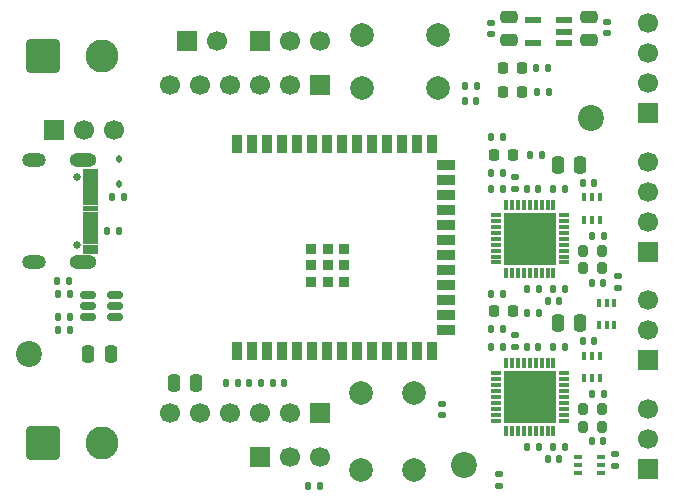
<source format=gbr>
%TF.GenerationSoftware,KiCad,Pcbnew,9.0.3*%
%TF.CreationDate,2025-08-10T23:57:32-04:00*%
%TF.ProjectId,Hydra_Driver,48796472-615f-4447-9269-7665722e6b69,rev?*%
%TF.SameCoordinates,Original*%
%TF.FileFunction,Soldermask,Top*%
%TF.FilePolarity,Negative*%
%FSLAX46Y46*%
G04 Gerber Fmt 4.6, Leading zero omitted, Abs format (unit mm)*
G04 Created by KiCad (PCBNEW 9.0.3) date 2025-08-10 23:57:32*
%MOMM*%
%LPD*%
G01*
G04 APERTURE LIST*
G04 Aperture macros list*
%AMRoundRect*
0 Rectangle with rounded corners*
0 $1 Rounding radius*
0 $2 $3 $4 $5 $6 $7 $8 $9 X,Y pos of 4 corners*
0 Add a 4 corners polygon primitive as box body*
4,1,4,$2,$3,$4,$5,$6,$7,$8,$9,$2,$3,0*
0 Add four circle primitives for the rounded corners*
1,1,$1+$1,$2,$3*
1,1,$1+$1,$4,$5*
1,1,$1+$1,$6,$7*
1,1,$1+$1,$8,$9*
0 Add four rect primitives between the rounded corners*
20,1,$1+$1,$2,$3,$4,$5,0*
20,1,$1+$1,$4,$5,$6,$7,0*
20,1,$1+$1,$6,$7,$8,$9,0*
20,1,$1+$1,$8,$9,$2,$3,0*%
G04 Aperture macros list end*
%ADD10C,0.010000*%
%ADD11RoundRect,0.140000X0.170000X-0.140000X0.170000X0.140000X-0.170000X0.140000X-0.170000X-0.140000X0*%
%ADD12RoundRect,0.135000X-0.135000X-0.185000X0.135000X-0.185000X0.135000X0.185000X-0.135000X0.185000X0*%
%ADD13R,0.900000X1.500000*%
%ADD14R,1.500000X0.900000*%
%ADD15R,0.900000X0.900000*%
%ADD16R,1.700000X1.700000*%
%ADD17C,1.700000*%
%ADD18RoundRect,0.218750X0.218750X0.256250X-0.218750X0.256250X-0.218750X-0.256250X0.218750X-0.256250X0*%
%ADD19RoundRect,0.140000X0.140000X0.170000X-0.140000X0.170000X-0.140000X-0.170000X0.140000X-0.170000X0*%
%ADD20RoundRect,0.250001X-1.149999X-1.149999X1.149999X-1.149999X1.149999X1.149999X-1.149999X1.149999X0*%
%ADD21C,2.800000*%
%ADD22R,1.320800X0.508000*%
%ADD23RoundRect,0.140000X-0.170000X0.140000X-0.170000X-0.140000X0.170000X-0.140000X0.170000X0.140000X0*%
%ADD24RoundRect,0.140000X-0.140000X-0.170000X0.140000X-0.170000X0.140000X0.170000X-0.140000X0.170000X0*%
%ADD25RoundRect,0.112500X-0.112500X0.187500X-0.112500X-0.187500X0.112500X-0.187500X0.112500X0.187500X0*%
%ADD26RoundRect,0.135000X0.135000X0.185000X-0.135000X0.185000X-0.135000X-0.185000X0.135000X-0.185000X0*%
%ADD27C,0.650000*%
%ADD28O,2.304000X1.204000*%
%ADD29O,2.004000X1.204000*%
%ADD30RoundRect,0.100000X0.225000X0.100000X-0.225000X0.100000X-0.225000X-0.100000X0.225000X-0.100000X0*%
%ADD31RoundRect,0.250000X0.475000X-0.250000X0.475000X0.250000X-0.475000X0.250000X-0.475000X-0.250000X0*%
%ADD32C,2.000000*%
%ADD33R,0.300000X0.900000*%
%ADD34R,0.900000X0.300000*%
%ADD35R,4.500000X4.500000*%
%ADD36C,2.200000*%
%ADD37RoundRect,0.100000X-0.100000X0.225000X-0.100000X-0.225000X0.100000X-0.225000X0.100000X0.225000X0*%
%ADD38RoundRect,0.250000X0.250000X0.475000X-0.250000X0.475000X-0.250000X-0.475000X0.250000X-0.475000X0*%
%ADD39RoundRect,0.135000X0.185000X-0.135000X0.185000X0.135000X-0.185000X0.135000X-0.185000X-0.135000X0*%
%ADD40RoundRect,0.250000X-0.250000X-0.475000X0.250000X-0.475000X0.250000X0.475000X-0.250000X0.475000X0*%
%ADD41RoundRect,0.200000X-0.200000X-0.275000X0.200000X-0.275000X0.200000X0.275000X-0.200000X0.275000X0*%
%ADD42RoundRect,0.150000X0.512500X0.150000X-0.512500X0.150000X-0.512500X-0.150000X0.512500X-0.150000X0*%
G04 APERTURE END LIST*
D10*
%TO.C,J1*%
X8380000Y-15040000D02*
X7130000Y-15040000D01*
X7130000Y-14340000D01*
X8380000Y-14340000D01*
X8380000Y-15040000D01*
G36*
X8380000Y-15040000D02*
G01*
X7130000Y-15040000D01*
X7130000Y-14340000D01*
X8380000Y-14340000D01*
X8380000Y-15040000D01*
G37*
X8380000Y-15840000D02*
X7130000Y-15840000D01*
X7130000Y-15140000D01*
X8380000Y-15140000D01*
X8380000Y-15840000D01*
G36*
X8380000Y-15840000D02*
G01*
X7130000Y-15840000D01*
X7130000Y-15140000D01*
X8380000Y-15140000D01*
X8380000Y-15840000D01*
G37*
X8380000Y-16340000D02*
X7130000Y-16340000D01*
X7130000Y-15940000D01*
X8380000Y-15940000D01*
X8380000Y-16340000D01*
G36*
X8380000Y-16340000D02*
G01*
X7130000Y-16340000D01*
X7130000Y-15940000D01*
X8380000Y-15940000D01*
X8380000Y-16340000D01*
G37*
X8380000Y-16840000D02*
X7130000Y-16840000D01*
X7130000Y-16440000D01*
X8380000Y-16440000D01*
X8380000Y-16840000D01*
G36*
X8380000Y-16840000D02*
G01*
X7130000Y-16840000D01*
X7130000Y-16440000D01*
X8380000Y-16440000D01*
X8380000Y-16840000D01*
G37*
X8380000Y-17340000D02*
X7130000Y-17340000D01*
X7130000Y-16940000D01*
X8380000Y-16940000D01*
X8380000Y-17340000D01*
G36*
X8380000Y-17340000D02*
G01*
X7130000Y-17340000D01*
X7130000Y-16940000D01*
X8380000Y-16940000D01*
X8380000Y-17340000D01*
G37*
X8380000Y-17840000D02*
X7130000Y-17840000D01*
X7130000Y-17440000D01*
X8380000Y-17440000D01*
X8380000Y-17840000D01*
G36*
X8380000Y-17840000D02*
G01*
X7130000Y-17840000D01*
X7130000Y-17440000D01*
X8380000Y-17440000D01*
X8380000Y-17840000D01*
G37*
X8380000Y-18340000D02*
X7130000Y-18340000D01*
X7130000Y-17940000D01*
X8380000Y-17940000D01*
X8380000Y-18340000D01*
G36*
X8380000Y-18340000D02*
G01*
X7130000Y-18340000D01*
X7130000Y-17940000D01*
X8380000Y-17940000D01*
X8380000Y-18340000D01*
G37*
X8380000Y-18840000D02*
X7130000Y-18840000D01*
X7130000Y-18440000D01*
X8380000Y-18440000D01*
X8380000Y-18840000D01*
G36*
X8380000Y-18840000D02*
G01*
X7130000Y-18840000D01*
X7130000Y-18440000D01*
X8380000Y-18440000D01*
X8380000Y-18840000D01*
G37*
X8380000Y-19340000D02*
X7130000Y-19340000D01*
X7130000Y-18940000D01*
X8380000Y-18940000D01*
X8380000Y-19340000D01*
G36*
X8380000Y-19340000D02*
G01*
X7130000Y-19340000D01*
X7130000Y-18940000D01*
X8380000Y-18940000D01*
X8380000Y-19340000D01*
G37*
X8380000Y-19840000D02*
X7130000Y-19840000D01*
X7130000Y-19440000D01*
X8380000Y-19440000D01*
X8380000Y-19840000D01*
G36*
X8380000Y-19840000D02*
G01*
X7130000Y-19840000D01*
X7130000Y-19440000D01*
X8380000Y-19440000D01*
X8380000Y-19840000D01*
G37*
X8380000Y-20640000D02*
X7130000Y-20640000D01*
X7130000Y-19940000D01*
X8380000Y-19940000D01*
X8380000Y-20640000D01*
G36*
X8380000Y-20640000D02*
G01*
X7130000Y-20640000D01*
X7130000Y-19940000D01*
X8380000Y-19940000D01*
X8380000Y-20640000D01*
G37*
X8380000Y-21440000D02*
X7130000Y-21440000D01*
X7130000Y-20740000D01*
X8380000Y-20740000D01*
X8380000Y-21440000D01*
G36*
X8380000Y-21440000D02*
G01*
X7130000Y-21440000D01*
X7130000Y-20740000D01*
X8380000Y-20740000D01*
X8380000Y-21440000D01*
G37*
%TD*%
D11*
%TO.C,C11*%
X41750000Y-2900000D03*
X41750000Y-1940000D03*
%TD*%
D12*
%TO.C,R2*%
X9600000Y-16750000D03*
X10620000Y-16750000D03*
%TD*%
D13*
%TO.C,IC1*%
X20180000Y-29750000D03*
X21450000Y-29750000D03*
X22720000Y-29750000D03*
X23990000Y-29750000D03*
X25260000Y-29750000D03*
X26530000Y-29750000D03*
X27800000Y-29750000D03*
X29070000Y-29750000D03*
X30340000Y-29750000D03*
X31610000Y-29750000D03*
X32880000Y-29750000D03*
X34150000Y-29750000D03*
X35420000Y-29750000D03*
X36690000Y-29750000D03*
D14*
X37940000Y-27985000D03*
X37940000Y-26715000D03*
X37940000Y-25445000D03*
X37940000Y-24175000D03*
X37940000Y-22905000D03*
X37940000Y-21635000D03*
X37940000Y-20365000D03*
X37940000Y-19095000D03*
X37940000Y-17825000D03*
X37940000Y-16555000D03*
X37940000Y-15285000D03*
X37940000Y-14015000D03*
D13*
X36690000Y-12250000D03*
X35420000Y-12250000D03*
X34150000Y-12250000D03*
X32880000Y-12250000D03*
X31610000Y-12250000D03*
X30340000Y-12250000D03*
X29070000Y-12250000D03*
X27800000Y-12250000D03*
X26530000Y-12250000D03*
X25260000Y-12250000D03*
X23990000Y-12250000D03*
X22720000Y-12250000D03*
X21450000Y-12250000D03*
X20180000Y-12250000D03*
D15*
X27900000Y-22500000D03*
X27900000Y-21100000D03*
X26500000Y-21100000D03*
X26500000Y-22500000D03*
X26500000Y-23900000D03*
X27900000Y-23900000D03*
X29300000Y-23900000D03*
X29300000Y-22500000D03*
X29300000Y-21100000D03*
%TD*%
D16*
%TO.C,J10*%
X22170000Y-3500000D03*
D17*
X24710000Y-3500000D03*
X27250000Y-3500000D03*
%TD*%
D12*
%TO.C,R12*%
X41750000Y-24900000D03*
X42770000Y-24900000D03*
%TD*%
D18*
%TO.C,D4*%
X43575000Y-26400000D03*
X42000000Y-26400000D03*
%TD*%
D19*
%TO.C,C26*%
X47960000Y-24500000D03*
X47000000Y-24500000D03*
%TD*%
D12*
%TO.C,R24*%
X44980000Y-13150000D03*
X46000000Y-13150000D03*
%TD*%
D20*
%TO.C,J2*%
X3750000Y-37500000D03*
D21*
X8750000Y-37500000D03*
%TD*%
D19*
%TO.C,C5*%
X6035000Y-28000000D03*
X5075000Y-28000000D03*
%TD*%
D22*
%TO.C,U2*%
X47890800Y-3650001D03*
X47890800Y-2700000D03*
X47890800Y-1749999D03*
X45300000Y-1749999D03*
X45300000Y-3650001D03*
%TD*%
D23*
%TO.C,C10*%
X37600000Y-34200000D03*
X37600000Y-35160000D03*
%TD*%
D12*
%TO.C,R13*%
X41750000Y-27900000D03*
X42770000Y-27900000D03*
%TD*%
D24*
%TO.C,C2*%
X19290000Y-32500000D03*
X20250000Y-32500000D03*
%TD*%
D25*
%TO.C,D1*%
X10250000Y-13500000D03*
X10250000Y-15600000D03*
%TD*%
D19*
%TO.C,C17*%
X51210000Y-37400000D03*
X50250000Y-37400000D03*
%TD*%
D11*
%TO.C,C9*%
X51500000Y-2860000D03*
X51500000Y-1900000D03*
%TD*%
D12*
%TO.C,R5*%
X5015000Y-24900000D03*
X6035000Y-24900000D03*
%TD*%
D16*
%TO.C,J4*%
X22170000Y-38750000D03*
D17*
X24710000Y-38750000D03*
X27250000Y-38750000D03*
%TD*%
D26*
%TO.C,R8*%
X27220000Y-41200000D03*
X26200000Y-41200000D03*
%TD*%
D12*
%TO.C,R17*%
X44730000Y-26500000D03*
X45750000Y-26500000D03*
%TD*%
D27*
%TO.C,J1*%
X6680000Y-15000000D03*
X6680000Y-20780000D03*
D28*
X7180000Y-13570000D03*
X7180000Y-22210000D03*
D29*
X3000000Y-13570000D03*
X3000000Y-22210000D03*
%TD*%
D19*
%TO.C,C29*%
X47960000Y-16000000D03*
X47000000Y-16000000D03*
%TD*%
%TO.C,C21*%
X50460000Y-28900000D03*
X49500000Y-28900000D03*
%TD*%
%TO.C,C13*%
X45740000Y-37900000D03*
X44780000Y-37900000D03*
%TD*%
%TO.C,C30*%
X51250000Y-20000000D03*
X50290000Y-20000000D03*
%TD*%
%TO.C,C24*%
X47500000Y-25500000D03*
X46540000Y-25500000D03*
%TD*%
D30*
%TO.C,U3*%
X51000000Y-40050000D03*
X51000000Y-39400000D03*
X51000000Y-38750000D03*
X49100000Y-38750000D03*
X49100000Y-39400000D03*
X49100000Y-40050000D03*
%TD*%
D31*
%TO.C,C12*%
X43250000Y-3400000D03*
X43250000Y-1500000D03*
%TD*%
D32*
%TO.C,SW2*%
X30700000Y-39800000D03*
X30700000Y-33300000D03*
X35200000Y-39800000D03*
X35200000Y-33300000D03*
%TD*%
D33*
%TO.C,IC2*%
X43000000Y-36550000D03*
X43500000Y-36550000D03*
X44000000Y-36550000D03*
X44500000Y-36550000D03*
X45000000Y-36550000D03*
X45500000Y-36550000D03*
X46000000Y-36550000D03*
X46500000Y-36550000D03*
X47000000Y-36550000D03*
D34*
X47900000Y-35650000D03*
X47900000Y-35150000D03*
X47900000Y-34650000D03*
X47900000Y-34150000D03*
X47900000Y-33650000D03*
X47900000Y-33150000D03*
X47900000Y-32650000D03*
X47900000Y-32150000D03*
X47900000Y-31650000D03*
D33*
X47000000Y-30750000D03*
X46500000Y-30750000D03*
X46000000Y-30750000D03*
X45500000Y-30750000D03*
X45000000Y-30750000D03*
X44500000Y-30750000D03*
X44000000Y-30750000D03*
X43500000Y-30750000D03*
X43000000Y-30750000D03*
D34*
X42100000Y-31650000D03*
X42100000Y-32150000D03*
X42100000Y-32650000D03*
X42100000Y-33150000D03*
X42100000Y-33650000D03*
X42100000Y-34150000D03*
X42100000Y-34650000D03*
X42100000Y-35150000D03*
X42100000Y-35650000D03*
D35*
X45000000Y-33650000D03*
%TD*%
D18*
%TO.C,D5*%
X43575000Y-13150000D03*
X42000000Y-13150000D03*
%TD*%
D36*
%TO.C,REF\u002A\u002A*%
X39400000Y-39400000D03*
%TD*%
D12*
%TO.C,R4*%
X5015000Y-26900000D03*
X6035000Y-26900000D03*
%TD*%
D37*
%TO.C,U6*%
X50900000Y-16750000D03*
X50250000Y-16750000D03*
X49600000Y-16750000D03*
X49600000Y-18650000D03*
X50250000Y-18650000D03*
X50900000Y-18650000D03*
%TD*%
D19*
%TO.C,C22*%
X45710000Y-29400000D03*
X44750000Y-29400000D03*
%TD*%
D38*
%TO.C,C15*%
X49250000Y-27400000D03*
X47350000Y-27400000D03*
%TD*%
D39*
%TO.C,R7*%
X42400000Y-41220000D03*
X42400000Y-40200000D03*
%TD*%
D32*
%TO.C,SW1*%
X30750000Y-3000000D03*
X37250000Y-3000000D03*
X30750000Y-7500000D03*
X37250000Y-7500000D03*
%TD*%
D19*
%TO.C,C19*%
X47960000Y-29400000D03*
X47000000Y-29400000D03*
%TD*%
D18*
%TO.C,D3*%
X44325000Y-7791950D03*
X42750000Y-7791950D03*
%TD*%
D33*
%TO.C,IC3*%
X43000000Y-23150000D03*
X43500000Y-23150000D03*
X44000000Y-23150000D03*
X44500000Y-23150000D03*
X45000000Y-23150000D03*
X45500000Y-23150000D03*
X46000000Y-23150000D03*
X46500000Y-23150000D03*
X47000000Y-23150000D03*
D34*
X47900000Y-22250000D03*
X47900000Y-21750000D03*
X47900000Y-21250000D03*
X47900000Y-20750000D03*
X47900000Y-20250000D03*
X47900000Y-19750000D03*
X47900000Y-19250000D03*
X47900000Y-18750000D03*
X47900000Y-18250000D03*
D33*
X47000000Y-17350000D03*
X46500000Y-17350000D03*
X46000000Y-17350000D03*
X45500000Y-17350000D03*
X45000000Y-17350000D03*
X44500000Y-17350000D03*
X44000000Y-17350000D03*
X43500000Y-17350000D03*
X43000000Y-17350000D03*
D34*
X42100000Y-18250000D03*
X42100000Y-18750000D03*
X42100000Y-19250000D03*
X42100000Y-19750000D03*
X42100000Y-20250000D03*
X42100000Y-20750000D03*
X42100000Y-21250000D03*
X42100000Y-21750000D03*
X42100000Y-22250000D03*
D35*
X45000000Y-20250000D03*
%TD*%
D23*
%TO.C,C28*%
X52500000Y-23440000D03*
X52500000Y-24400000D03*
%TD*%
D12*
%TO.C,R9*%
X45555000Y-5791950D03*
X46575000Y-5791950D03*
%TD*%
D20*
%TO.C,J13*%
X3750000Y-4750000D03*
D21*
X8750000Y-4750000D03*
%TD*%
D19*
%TO.C,C14*%
X47500000Y-38900000D03*
X46540000Y-38900000D03*
%TD*%
%TO.C,C23*%
X45750000Y-24500000D03*
X44790000Y-24500000D03*
%TD*%
D16*
%TO.C,J8*%
X4710000Y-11000000D03*
D17*
X7250000Y-11000000D03*
X9790000Y-11000000D03*
%TD*%
D26*
%TO.C,R6*%
X40500000Y-7291950D03*
X39480000Y-7291950D03*
%TD*%
D19*
%TO.C,C16*%
X47960000Y-37900000D03*
X47000000Y-37900000D03*
%TD*%
D11*
%TO.C,C18*%
X52250000Y-39460000D03*
X52250000Y-38500000D03*
%TD*%
D36*
%TO.C,REF\u002A\u002A*%
X50200000Y-10000000D03*
%TD*%
D12*
%TO.C,R3*%
X9200000Y-19600000D03*
X10220000Y-19600000D03*
%TD*%
%TO.C,R10*%
X45575000Y-7791950D03*
X46595000Y-7791950D03*
%TD*%
D26*
%TO.C,R21*%
X42770000Y-16000000D03*
X41750000Y-16000000D03*
%TD*%
D39*
%TO.C,R23*%
X43750000Y-16020000D03*
X43750000Y-15000000D03*
%TD*%
D31*
%TO.C,C8*%
X50000000Y-3400000D03*
X50000000Y-1500000D03*
%TD*%
D12*
%TO.C,R1*%
X21230000Y-32500000D03*
X22250000Y-32500000D03*
%TD*%
D36*
%TO.C,REF\u002A\u002A*%
X2600000Y-30000000D03*
%TD*%
D37*
%TO.C,U5*%
X52150000Y-25650000D03*
X51500000Y-25650000D03*
X50850000Y-25650000D03*
X50850000Y-27550000D03*
X51500000Y-27550000D03*
X52150000Y-27550000D03*
%TD*%
D26*
%TO.C,R14*%
X42770000Y-29400000D03*
X41750000Y-29400000D03*
%TD*%
D19*
%TO.C,C27*%
X51210000Y-24000000D03*
X50250000Y-24000000D03*
%TD*%
D40*
%TO.C,C3*%
X14850000Y-32500000D03*
X16750000Y-32500000D03*
%TD*%
D24*
%TO.C,C7*%
X39500000Y-8541950D03*
X40460000Y-8541950D03*
%TD*%
%TO.C,C1*%
X23250000Y-32500000D03*
X24210000Y-32500000D03*
%TD*%
D41*
%TO.C,R11*%
X49500000Y-36150000D03*
X51150000Y-36150000D03*
%TD*%
D12*
%TO.C,R20*%
X41730000Y-14650000D03*
X42750000Y-14650000D03*
%TD*%
D19*
%TO.C,C31*%
X50460000Y-15500000D03*
X49500000Y-15500000D03*
%TD*%
D18*
%TO.C,D2*%
X44325000Y-5791950D03*
X42750000Y-5791950D03*
%TD*%
D38*
%TO.C,C25*%
X49250000Y-14000000D03*
X47350000Y-14000000D03*
%TD*%
D42*
%TO.C,U1*%
X9835000Y-26900000D03*
X9835000Y-25950000D03*
X9835000Y-25000000D03*
X7560000Y-25000000D03*
X7560000Y-25950000D03*
X7560000Y-26900000D03*
%TD*%
D41*
%TO.C,R22*%
X49500000Y-21250000D03*
X51150000Y-21250000D03*
%TD*%
%TO.C,R18*%
X49500000Y-22750000D03*
X51150000Y-22750000D03*
%TD*%
D16*
%TO.C,J7*%
X15960000Y-3500000D03*
D17*
X18500000Y-3500000D03*
%TD*%
D37*
%TO.C,U4*%
X50900000Y-30150000D03*
X50250000Y-30150000D03*
X49600000Y-30150000D03*
X49600000Y-32050000D03*
X50250000Y-32050000D03*
X50900000Y-32050000D03*
%TD*%
D19*
%TO.C,C20*%
X51250000Y-33400000D03*
X50290000Y-33400000D03*
%TD*%
D12*
%TO.C,R19*%
X41730000Y-11650000D03*
X42750000Y-11650000D03*
%TD*%
D19*
%TO.C,C6*%
X5960000Y-23800000D03*
X5000000Y-23800000D03*
%TD*%
D40*
%TO.C,C4*%
X7600000Y-30000000D03*
X9500000Y-30000000D03*
%TD*%
D41*
%TO.C,R15*%
X49500000Y-34650000D03*
X51150000Y-34650000D03*
%TD*%
D39*
%TO.C,R16*%
X43750000Y-29420000D03*
X43750000Y-28400000D03*
%TD*%
D19*
%TO.C,C32*%
X45710000Y-16000000D03*
X44750000Y-16000000D03*
%TD*%
D16*
%TO.C,J11*%
X55000000Y-21370000D03*
D17*
X55000000Y-18830000D03*
X55000000Y-16290000D03*
X55000000Y-13750000D03*
%TD*%
D16*
%TO.C,J6*%
X55000000Y-39750000D03*
D17*
X55000000Y-37210000D03*
X55000000Y-34670000D03*
%TD*%
D16*
%TO.C,J12*%
X55000000Y-30500000D03*
D17*
X55000000Y-27960000D03*
X55000000Y-25420000D03*
%TD*%
D16*
%TO.C,J5*%
X55000000Y-9620000D03*
D17*
X55000000Y-7080000D03*
X55000000Y-4540000D03*
X55000000Y-2000000D03*
%TD*%
D16*
%TO.C,J3*%
X27200000Y-35000000D03*
D17*
X24660000Y-35000000D03*
X22120000Y-35000000D03*
X19580000Y-35000000D03*
X17040000Y-35000000D03*
X14500000Y-35000000D03*
%TD*%
D16*
%TO.C,J9*%
X27200000Y-7250000D03*
D17*
X24660000Y-7250000D03*
X22120000Y-7250000D03*
X19580000Y-7250000D03*
X17040000Y-7250000D03*
X14500000Y-7250000D03*
%TD*%
M02*

</source>
